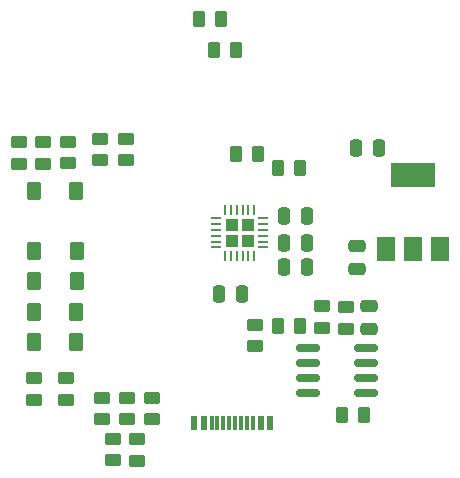
<source format=gbr>
%TF.GenerationSoftware,KiCad,Pcbnew,7.0.7-7.0.7~ubuntu23.04.1*%
%TF.CreationDate,2023-10-13T11:28:34+00:00*%
%TF.ProjectId,USBPDSINK01,55534250-4453-4494-9e4b-30312e6b6963,rev?*%
%TF.SameCoordinates,Original*%
%TF.FileFunction,Paste,Bot*%
%TF.FilePolarity,Positive*%
%FSLAX46Y46*%
G04 Gerber Fmt 4.6, Leading zero omitted, Abs format (unit mm)*
G04 Created by KiCad (PCBNEW 7.0.7-7.0.7~ubuntu23.04.1) date 2023-10-13 11:28:34*
%MOMM*%
%LPD*%
G01*
G04 APERTURE LIST*
G04 Aperture macros list*
%AMRoundRect*
0 Rectangle with rounded corners*
0 $1 Rounding radius*
0 $2 $3 $4 $5 $6 $7 $8 $9 X,Y pos of 4 corners*
0 Add a 4 corners polygon primitive as box body*
4,1,4,$2,$3,$4,$5,$6,$7,$8,$9,$2,$3,0*
0 Add four circle primitives for the rounded corners*
1,1,$1+$1,$2,$3*
1,1,$1+$1,$4,$5*
1,1,$1+$1,$6,$7*
1,1,$1+$1,$8,$9*
0 Add four rect primitives between the rounded corners*
20,1,$1+$1,$2,$3,$4,$5,0*
20,1,$1+$1,$4,$5,$6,$7,0*
20,1,$1+$1,$6,$7,$8,$9,0*
20,1,$1+$1,$8,$9,$2,$3,0*%
G04 Aperture macros list end*
%ADD10RoundRect,0.166667X0.458333X0.583333X-0.458333X0.583333X-0.458333X-0.583333X0.458333X-0.583333X0*%
%ADD11RoundRect,0.166667X-0.458333X-0.583333X0.458333X-0.583333X0.458333X0.583333X-0.458333X0.583333X0*%
%ADD12RoundRect,0.250000X-0.262500X-0.450000X0.262500X-0.450000X0.262500X0.450000X-0.262500X0.450000X0*%
%ADD13RoundRect,0.250000X0.450000X-0.262500X0.450000X0.262500X-0.450000X0.262500X-0.450000X-0.262500X0*%
%ADD14R,0.600000X1.150000*%
%ADD15R,0.300000X1.150000*%
%ADD16RoundRect,0.250000X0.250000X0.475000X-0.250000X0.475000X-0.250000X-0.475000X0.250000X-0.475000X0*%
%ADD17RoundRect,0.250000X0.262500X0.450000X-0.262500X0.450000X-0.262500X-0.450000X0.262500X-0.450000X0*%
%ADD18RoundRect,0.250000X0.475000X-0.250000X0.475000X0.250000X-0.475000X0.250000X-0.475000X-0.250000X0*%
%ADD19RoundRect,0.150000X-0.825000X-0.150000X0.825000X-0.150000X0.825000X0.150000X-0.825000X0.150000X0*%
%ADD20RoundRect,0.250000X-0.250000X-0.475000X0.250000X-0.475000X0.250000X0.475000X-0.250000X0.475000X0*%
%ADD21R,1.500000X2.000000*%
%ADD22R,3.800000X2.000000*%
%ADD23RoundRect,0.250000X-0.450000X0.262500X-0.450000X-0.262500X0.450000X-0.262500X0.450000X0.262500X0*%
%ADD24RoundRect,0.250000X0.295000X-0.295000X0.295000X0.295000X-0.295000X0.295000X-0.295000X-0.295000X0*%
%ADD25RoundRect,0.062500X0.062500X-0.350000X0.062500X0.350000X-0.062500X0.350000X-0.062500X-0.350000X0*%
%ADD26RoundRect,0.062500X0.350000X-0.062500X0.350000X0.062500X-0.350000X0.062500X-0.350000X-0.062500X0*%
G04 APERTURE END LIST*
D10*
%TO.C,D5*%
X12225000Y27480000D03*
D11*
X8625000Y27480000D03*
%TD*%
D12*
%TO.C,R10*%
X29287500Y21100000D03*
X31112500Y21100000D03*
%TD*%
D13*
%TO.C,R12*%
X33000000Y20987500D03*
X33000000Y22812500D03*
%TD*%
D14*
%TO.C,J1*%
X28600000Y12890000D03*
X27800000Y12890000D03*
D15*
X26650000Y12890000D03*
X25650000Y12890000D03*
X25150000Y12890000D03*
X24150000Y12890000D03*
D14*
X22200000Y12890000D03*
X23000000Y12890000D03*
D15*
X23650000Y12890000D03*
X24650000Y12890000D03*
X26150000Y12890000D03*
X27150000Y12890000D03*
%TD*%
D16*
%TO.C,C5*%
X37800000Y36230000D03*
X35900000Y36230000D03*
%TD*%
D17*
%TO.C,R8*%
X36525000Y13600000D03*
X34700000Y13600000D03*
%TD*%
%TO.C,R22*%
X31125000Y34480000D03*
X29300000Y34480000D03*
%TD*%
D18*
%TO.C,C6*%
X36000000Y25980000D03*
X36000000Y27880000D03*
%TD*%
D19*
%TO.C,Q2*%
X31820000Y15460000D03*
X31820000Y16730000D03*
X31820000Y18000000D03*
X31820000Y19270000D03*
X36770000Y19270000D03*
X36770000Y18000000D03*
X36770000Y16730000D03*
X36770000Y15460000D03*
%TD*%
D20*
%TO.C,C2*%
X29800000Y30480000D03*
X31700000Y30480000D03*
%TD*%
D21*
%TO.C,U2*%
X43000000Y27630000D03*
X40700000Y27630000D03*
D22*
X40700000Y33930000D03*
D21*
X38400000Y27630000D03*
%TD*%
D16*
%TO.C,C8*%
X26200000Y23850000D03*
X24300000Y23850000D03*
%TD*%
D23*
%TO.C,R16*%
X14190000Y36975000D03*
X14190000Y35150000D03*
%TD*%
D13*
%TO.C,R9*%
X27300000Y19425000D03*
X27300000Y21250000D03*
%TD*%
D23*
%TO.C,R6*%
X11470000Y36715000D03*
X11470000Y34890000D03*
%TD*%
D20*
%TO.C,C1*%
X29800000Y26080000D03*
X31700000Y26080000D03*
%TD*%
D13*
%TO.C,R20*%
X16480000Y13230000D03*
X16480000Y15055000D03*
%TD*%
D23*
%TO.C,R18*%
X17310000Y11560000D03*
X17310000Y9735000D03*
%TD*%
D10*
%TO.C,D3*%
X12215000Y22346668D03*
D11*
X8615000Y22346668D03*
%TD*%
D12*
%TO.C,R13*%
X23900000Y44500000D03*
X25725000Y44500000D03*
%TD*%
D10*
%TO.C,D2*%
X12225000Y24913334D03*
D11*
X8625000Y24913334D03*
%TD*%
D13*
%TO.C,R3*%
X11300000Y14870000D03*
X11300000Y16695000D03*
%TD*%
D24*
%TO.C,U1*%
X25350000Y28350000D03*
X26700000Y28350000D03*
X25350000Y29700000D03*
X26700000Y29700000D03*
D25*
X27275000Y27062500D03*
X26775000Y27062500D03*
X26275000Y27062500D03*
X25775000Y27062500D03*
X25275000Y27062500D03*
X24775000Y27062500D03*
D26*
X24062500Y27775000D03*
X24062500Y28275000D03*
X24062500Y28775000D03*
X24062500Y29275000D03*
X24062500Y29775000D03*
X24062500Y30275000D03*
D25*
X24775000Y30987500D03*
X25275000Y30987500D03*
X25775000Y30987500D03*
X26275000Y30987500D03*
X26775000Y30987500D03*
X27275000Y30987500D03*
D26*
X27987500Y30275000D03*
X27987500Y29775000D03*
X27987500Y29275000D03*
X27987500Y28775000D03*
X27987500Y28275000D03*
X27987500Y27775000D03*
%TD*%
D23*
%TO.C,R17*%
X15270000Y11570000D03*
X15270000Y9745000D03*
%TD*%
D10*
%TO.C,D1*%
X12190000Y32515000D03*
D11*
X8590000Y32515000D03*
%TD*%
D23*
%TO.C,R15*%
X16380000Y36972500D03*
X16380000Y35147500D03*
%TD*%
D10*
%TO.C,D4*%
X12200000Y19780000D03*
D11*
X8600000Y19780000D03*
%TD*%
D23*
%TO.C,R7*%
X7370000Y36702500D03*
X7370000Y34877500D03*
%TD*%
%TO.C,R5*%
X9420000Y36702500D03*
X9420000Y34877500D03*
%TD*%
D20*
%TO.C,C7*%
X29800000Y28190000D03*
X31700000Y28190000D03*
%TD*%
D13*
%TO.C,R21*%
X14410000Y13230000D03*
X14410000Y15055000D03*
%TD*%
D18*
%TO.C,C4*%
X37000000Y20900000D03*
X37000000Y22800000D03*
%TD*%
D17*
%TO.C,R14*%
X24412500Y47100000D03*
X22587500Y47100000D03*
%TD*%
%TO.C,R1*%
X27575000Y35680000D03*
X25750000Y35680000D03*
%TD*%
D13*
%TO.C,R4*%
X8600000Y14900000D03*
X8600000Y16725000D03*
%TD*%
D23*
%TO.C,R11*%
X35000000Y22725000D03*
X35000000Y20900000D03*
%TD*%
D13*
%TO.C,R19*%
X18570000Y13225000D03*
X18570000Y15050000D03*
%TD*%
M02*

</source>
